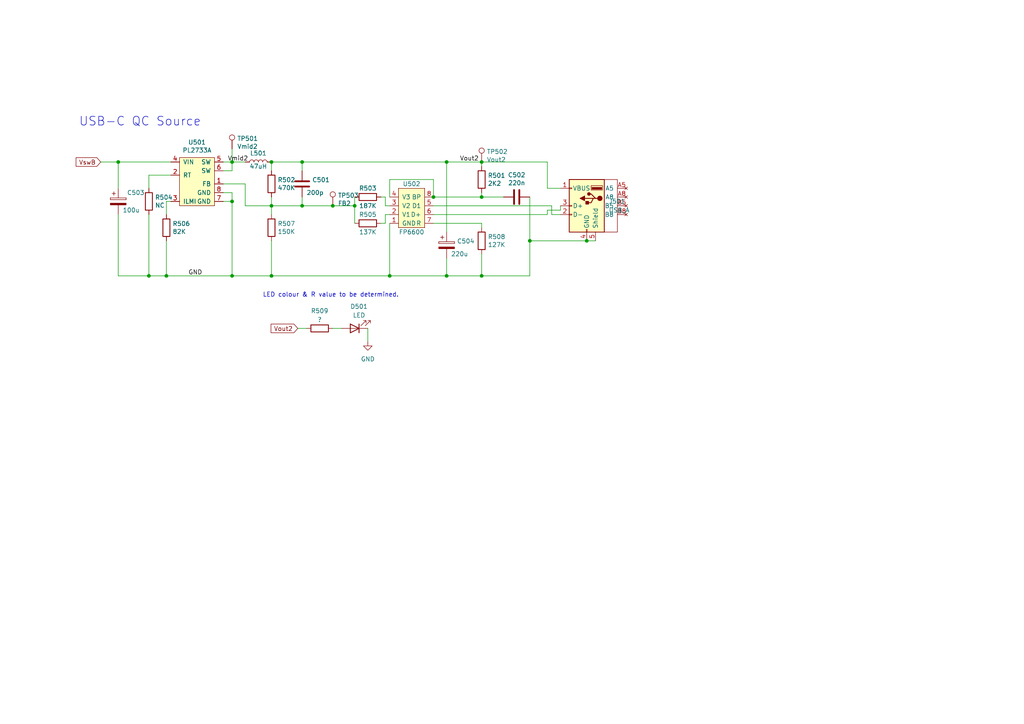
<source format=kicad_sch>
(kicad_sch (version 20211123) (generator eeschema)
  (paper "A4")
  (lib_symbols
    (symbol "Connector:TestPoint" (pin_numbers hide) (pin_names (offset 0.762) hide)
      (property "Reference" "TP" (at 0 6.858 0))
      (property "Value" "TestPoint" (at 0 5.08 0))
      (symbol "TestPoint_0_1"
        (circle (center 0 3.302) (radius 0.762))
      )
      (symbol "TestPoint_1_1"
        (pin passive line (at 0 0 90) (length 2.54) (name "1") (number "1"))
      )
    )
    (symbol "Device:C" (pin_numbers hide) (pin_names (offset 0.254))
      (property "Reference" "C" (at 0.635 2.54 0))
      (property "Value" "C" (at 0.635 -2.54 0))
      (symbol "C_0_1"
        (polyline (pts (xy -2.032 -0.762) (xy 2.032 -0.762)) (stroke (width 0.508)))
        (polyline (pts (xy -2.032 0.762) (xy 2.032 0.762)) (stroke (width 0.508)))
      )
      (symbol "C_1_1"
        (pin passive line (at 0 3.81 270) (length 2.794) (name "~") (number "1"))
        (pin passive line (at 0 -3.81 90) (length 2.794) (name "~") (number "2"))
      )
    )
    (symbol "Device:CP" (pin_numbers hide) (pin_names (offset 0.254))
      (property "Reference" "C" (at 0.635 2.54 0))
      (property "Value" "Device_CP" (at 0.635 -2.54 0))
      (symbol "CP_0_1"
        (rectangle (start -2.286 0.508) (end -2.286 1.016))
        (rectangle (start -2.286 0.508) (end 2.286 0.508))
        (polyline (pts (xy -1.778 2.286) (xy -0.762 2.286)))
        (polyline (pts (xy -1.27 2.794) (xy -1.27 1.778)))
        (rectangle (start 2.286 -0.508) (end -2.286 -1.016) (fill (type outline)))
        (rectangle (start 2.286 1.016) (end -2.286 1.016))
        (rectangle (start 2.286 1.016) (end 2.286 0.508))
      )
      (symbol "CP_1_1"
        (pin passive line (at 0 3.81 270) (length 2.794) (name "~") (number "1"))
        (pin passive line (at 0 -3.81 90) (length 2.794) (name "~") (number "2"))
      )
    )
    (symbol "Device:L" (pin_numbers hide) (pin_names (offset 1.016) hide)
      (property "Reference" "L" (at -1.27 0 90))
      (property "Value" "L" (at 1.905 0 90))
      (symbol "L_0_1"
        (arc (start 0 -2.54) (mid 0.635 -1.905) (end 0 -1.27))
        (arc (start 0 -1.27) (mid 0.635 -0.635) (end 0 0))
        (arc (start 0 0) (mid 0.635 0.635) (end 0 1.27))
        (arc (start 0 1.27) (mid 0.635 1.905) (end 0 2.54))
      )
      (symbol "L_1_1"
        (pin passive line (at 0 3.81 270) (length 1.27) (name "1") (number "1"))
        (pin passive line (at 0 -3.81 90) (length 1.27) (name "2") (number "2"))
      )
    )
    (symbol "Device:LED" (pin_numbers hide) (pin_names (offset 1.016) hide)
      (property "Reference" "D" (at 0 2.54 0))
      (property "Value" "LED" (at 0 -2.54 0))
      (symbol "LED_0_1"
        (polyline (pts (xy -1.27 -1.27) (xy -1.27 1.27)) (stroke (width 0.254)))
        (polyline (pts (xy -1.27 0) (xy 1.27 0)))
        (polyline (pts (xy 1.27 -1.27) (xy 1.27 1.27) (xy -1.27 0) (xy 1.27 -1.27)) (stroke (width 0.254)))
        (polyline (pts (xy -3.048 -0.762) (xy -4.572 -2.286) (xy -3.81 -2.286) (xy -4.572 -2.286) (xy -4.572 -1.524)))
        (polyline (pts (xy -1.778 -0.762) (xy -3.302 -2.286) (xy -2.54 -2.286) (xy -3.302 -2.286) (xy -3.302 -1.524)))
      )
      (symbol "LED_1_1"
        (pin passive line (at -3.81 0 0) (length 2.54) (name "K") (number "1"))
        (pin passive line (at 3.81 0 180) (length 2.54) (name "A") (number "2"))
      )
    )
    (symbol "Device:R" (pin_numbers hide) (pin_names (offset 0))
      (property "Reference" "R" (at 2.032 0 90))
      (property "Value" "R" (at 0 0 90))
      (symbol "R_0_1"
        (rectangle (start -1.016 -2.54) (end 1.016 2.54) (stroke (width 0.254)))
      )
      (symbol "R_1_1"
        (pin passive line (at 0 3.81 270) (length 1.27) (name "~") (number "1"))
        (pin passive line (at 0 -3.81 90) (length 1.27) (name "~") (number "2"))
      )
    )
    (symbol "customs:FP6600" (pin_names (offset 1.016))
      (property "Reference" "U" (at 0 1.27 0))
      (property "Value" "customs_FP6600" (at 0 -1.27 0))
      (symbol "FP6600_0_1"
        (rectangle (start -3.81 -2.54) (end 3.81 -13.97) (fill (type background)))
      )
      (symbol "FP6600_1_1"
        (pin power_in line (at -6.35 -12.7 0) (length 2.54) (name "GND") (number "1"))
        (pin input line (at -6.35 -10.16 0) (length 2.54) (name "V1") (number "2"))
        (pin input line (at -6.35 -7.62 0) (length 2.54) (name "V2") (number "3"))
        (pin input line (at -6.35 -5.08 0) (length 2.54) (name "V3") (number "4"))
        (pin bidirectional line (at 6.35 -7.62 180) (length 2.54) (name "D1") (number "5"))
        (pin bidirectional line (at 6.35 -10.16 180) (length 2.54) (name "D+") (number "6"))
        (pin input line (at 6.35 -12.7 180) (length 2.54) (name "R") (number "7"))
        (pin power_in line (at 6.35 -5.08 180) (length 2.54) (name "BP") (number "8"))
      )
    )
    (symbol "customs:PL2733A" (pin_names (offset 1.016))
      (property "Reference" "U" (at 0 7.62 0))
      (property "Value" "customs_PL2733A" (at 0 5.08 0))
      (symbol "PL2733A_0_1"
        (rectangle (start -5.08 3.81) (end 5.08 -10.16) (fill (type background)))
      )
      (symbol "PL2733A_1_1"
        (pin input line (at 7.62 -3.81 180) (length 2.54) (name "FB") (number "1"))
        (pin input line (at -7.62 -1.27 0) (length 2.54) (name "RT") (number "2"))
        (pin input line (at -7.62 -8.89 0) (length 2.54) (name "ILMI") (number "3"))
        (pin power_in line (at -7.62 2.54 0) (length 2.54) (name "VIN") (number "4"))
        (pin power_out line (at 7.62 2.54 180) (length 2.54) (name "SW") (number "5"))
        (pin power_out line (at 7.62 0 180) (length 2.54) (name "SW") (number "6"))
        (pin power_in line (at 7.62 -8.89 180) (length 2.54) (name "GND") (number "7"))
        (pin power_in line (at 7.62 -6.35 180) (length 2.54) (name "GND") (number "8"))
      )
    )
    (symbol "power:GND" (power) (pin_names (offset 0))
      (property "Value" "GND" (at 0 -3.81 0))
      (symbol "GND_0_1"
        (polyline (pts (xy 0 0) (xy 0 -1.27) (xy 1.27 -1.27) (xy 0 -2.54) (xy -1.27 -1.27) (xy 0 -1.27)))
      )
      (symbol "GND_1_1"
        (pin power_in line (at 0 0 270) (length 0) hide (name "GND") (number "1"))
      )
    )
    (symbol "tinker:USB_A+C" (pin_names (offset 1.016))
      (property "Reference" "J" (at -5.08 11.43 0))
      (property "Value" "USB_A+C" (at -5.08 8.89 0))
      (symbol "USB_A+C_0_1"
        (rectangle (start -8.89 7.62) (end -5.08 -7.62))
        (rectangle (start -5.08 -7.62) (end 5.08 7.62) (stroke (width 0.254)) (fill (type background)))
        (circle (center -3.81 2.159) (radius 0.635) (stroke (width 0.254)) (fill (type outline)))
        (rectangle (start -1.524 4.826) (end -4.318 5.334) (fill (type outline)))
        (rectangle (start -1.27 4.572) (end -4.572 5.842))
        (circle (center -0.635 3.429) (radius 0.381) (stroke (width 0.254)) (fill (type outline)))
        (rectangle (start -0.127 -7.62) (end 0.127 -6.858))
        (polyline (pts (xy -3.175 2.159) (xy -2.54 2.159) (xy -1.27 3.429) (xy -0.635 3.429)) (stroke (width 0.254)))
        (polyline (pts (xy -2.54 2.159) (xy -1.905 2.159) (xy -1.27 0.889) (xy 0 0.889)) (stroke (width 0.254)))
        (polyline (pts (xy 0.635 2.794) (xy 0.635 1.524) (xy 1.905 2.159) (xy 0.635 2.794)) (stroke (width 0.254)) (fill (type outline)))
        (rectangle (start 0.254 1.27) (end -0.508 0.508) (stroke (width 0.254)) (fill (type outline)))
        (rectangle (start 5.08 -2.667) (end 4.318 -2.413))
        (rectangle (start 5.08 -0.127) (end 4.318 0.127))
        (rectangle (start 5.08 4.953) (end 4.318 5.207))
      )
      (symbol "USB_A+C_1_1"
        (polyline (pts (xy -1.905 2.159) (xy 0.635 2.159)) (stroke (width 0.254)))
        (pin power_in line (at 7.62 5.08 180) (length 2.54) (name "VBUS") (number "1"))
        (pin bidirectional line (at 7.62 -2.54 180) (length 2.54) (name "D-") (number "2"))
        (pin bidirectional line (at 7.62 0 180) (length 2.54) (name "D+") (number "3"))
        (pin power_in line (at 0 -10.16 90) (length 2.54) (name "GND") (number "4"))
        (pin passive line (at -2.54 -10.16 90) (length 2.54) (name "Shield") (number "5"))
        (pin no_connect line (at -11.43 5.08 0) (length 2.54) (name "A5") (number "A5"))
        (pin no_connect line (at -11.43 2.54 0) (length 2.54) (name "A8") (number "A8"))
        (pin no_connect line (at -11.43 0 0) (length 2.54) (name "B5") (number "B5"))
        (pin no_connect line (at -11.43 -2.54 0) (length 2.54) (name "B8") (number "B8"))
      )
    )
  )
  (junction (at 129.54 80.01))
  (junction (at 129.54 46.99))
  (junction (at 78.74 46.99))
  (junction (at 67.31 46.99))
  (junction (at 96.52 59.69))
  (junction (at 34.29 46.99))
  (junction (at 113.03 80.01))
  (junction (at 139.7 80.01))
  (junction (at 78.74 59.69))
  (junction (at 125.73 57.15))
  (junction (at 139.7 46.99))
  (junction (at 170.18 69.85))
  (junction (at 102.87 59.69))
  (junction (at 87.63 59.69))
  (junction (at 43.18 80.01))
  (junction (at 153.67 69.85))
  (junction (at 78.74 80.01))
  (junction (at 67.31 58.42))
  (junction (at 67.31 80.01))
  (junction (at 87.63 46.99))
  (junction (at 139.7 57.15))
  (junction (at 48.26 80.01))
  (wire (pts (xy 49.53 50.8) (xy 43.18 50.8)))
  (wire (pts (xy 125.73 59.69) (xy 160.02 59.69)))
  (wire (pts (xy 34.29 46.99) (xy 34.29 54.61)))
  (wire (pts (xy 153.67 69.85) (xy 153.67 80.01)))
  (wire (pts (xy 43.18 80.01) (xy 34.29 80.01)))
  (wire (pts (xy 129.54 80.01) (xy 139.7 80.01)))
  (wire (pts (xy 34.29 62.23) (xy 34.29 80.01)))
  (wire (pts (xy 96.52 59.69) (xy 87.63 59.69)))
  (wire (pts (xy 78.74 69.85) (xy 78.74 80.01)))
  (wire (pts (xy 139.7 66.04) (xy 139.7 64.77)))
  (wire (pts (xy 67.31 46.99) (xy 64.77 46.99)))
  (wire (pts (xy 43.18 62.23) (xy 43.18 80.01)))
  (wire (pts (xy 106.68 95.25) (xy 106.68 99.06)))
  (wire (pts (xy 158.75 54.61) (xy 162.56 54.61)))
  (wire (pts (xy 129.54 46.99) (xy 139.7 46.99)))
  (wire (pts (xy 111.76 64.77) (xy 110.49 64.77)))
  (wire (pts (xy 113.03 64.77) (xy 113.03 80.01)))
  (wire (pts (xy 111.76 59.69) (xy 111.76 57.15)))
  (wire (pts (xy 49.53 58.42) (xy 48.26 58.42)))
  (wire (pts (xy 67.31 58.42) (xy 67.31 80.01)))
  (wire (pts (xy 139.7 48.26) (xy 139.7 46.99)))
  (wire (pts (xy 111.76 62.23) (xy 111.76 64.77)))
  (wire (pts (xy 170.18 69.85) (xy 172.72 69.85)))
  (wire (pts (xy 113.03 62.23) (xy 111.76 62.23)))
  (wire (pts (xy 78.74 49.53) (xy 78.74 46.99)))
  (wire (pts (xy 64.77 55.88) (xy 67.31 55.88)))
  (wire (pts (xy 160.02 62.23) (xy 162.56 62.23)))
  (wire (pts (xy 78.74 57.15) (xy 78.74 59.69)))
  (wire (pts (xy 125.73 52.07) (xy 125.73 57.15)))
  (wire (pts (xy 125.73 57.15) (xy 139.7 57.15)))
  (wire (pts (xy 139.7 57.15) (xy 146.05 57.15)))
  (wire (pts (xy 67.31 80.01) (xy 78.74 80.01)))
  (wire (pts (xy 160.02 59.69) (xy 160.02 62.23)))
  (wire (pts (xy 162.56 60.96) (xy 162.56 59.69)))
  (wire (pts (xy 129.54 67.31) (xy 129.54 46.99)))
  (wire (pts (xy 64.77 58.42) (xy 67.31 58.42)))
  (wire (pts (xy 96.52 95.25) (xy 99.06 95.25)))
  (wire (pts (xy 129.54 80.01) (xy 113.03 80.01)))
  (wire (pts (xy 48.26 80.01) (xy 43.18 80.01)))
  (wire (pts (xy 29.21 46.99) (xy 34.29 46.99)))
  (wire (pts (xy 102.87 59.69) (xy 96.52 59.69)))
  (wire (pts (xy 87.63 57.15) (xy 87.63 59.69)))
  (wire (pts (xy 67.31 49.53) (xy 67.31 46.99)))
  (wire (pts (xy 158.75 60.96) (xy 162.56 60.96)))
  (wire (pts (xy 158.75 54.61) (xy 158.75 46.99)))
  (wire (pts (xy 48.26 69.85) (xy 48.26 80.01)))
  (wire (pts (xy 158.75 62.23) (xy 158.75 60.96)))
  (wire (pts (xy 48.26 58.42) (xy 48.26 62.23)))
  (wire (pts (xy 139.7 55.88) (xy 139.7 57.15)))
  (wire (pts (xy 78.74 59.69) (xy 78.74 62.23)))
  (wire (pts (xy 43.18 50.8) (xy 43.18 54.61)))
  (wire (pts (xy 153.67 69.85) (xy 170.18 69.85)))
  (wire (pts (xy 139.7 46.99) (xy 158.75 46.99)))
  (wire (pts (xy 125.73 62.23) (xy 158.75 62.23)))
  (wire (pts (xy 67.31 43.18) (xy 67.31 46.99)))
  (wire (pts (xy 64.77 53.34) (xy 71.12 53.34)))
  (wire (pts (xy 113.03 59.69) (xy 111.76 59.69)))
  (wire (pts (xy 86.36 95.25) (xy 88.9 95.25)))
  (wire (pts (xy 49.53 46.99) (xy 34.29 46.99)))
  (wire (pts (xy 139.7 80.01) (xy 153.67 80.01)))
  (wire (pts (xy 113.03 57.15) (xy 113.03 52.07)))
  (wire (pts (xy 64.77 49.53) (xy 67.31 49.53)))
  (wire (pts (xy 113.03 52.07) (xy 125.73 52.07)))
  (wire (pts (xy 67.31 55.88) (xy 67.31 58.42)))
  (wire (pts (xy 87.63 46.99) (xy 78.74 46.99)))
  (wire (pts (xy 102.87 64.77) (xy 102.87 59.69)))
  (wire (pts (xy 87.63 49.53) (xy 87.63 46.99)))
  (wire (pts (xy 78.74 80.01) (xy 113.03 80.01)))
  (wire (pts (xy 139.7 73.66) (xy 139.7 80.01)))
  (wire (pts (xy 102.87 57.15) (xy 102.87 59.69)))
  (wire (pts (xy 87.63 59.69) (xy 78.74 59.69)))
  (wire (pts (xy 71.12 59.69) (xy 78.74 59.69)))
  (wire (pts (xy 125.73 64.77) (xy 139.7 64.77)))
  (wire (pts (xy 153.67 57.15) (xy 153.67 69.85)))
  (wire (pts (xy 71.12 53.34) (xy 71.12 59.69)))
  (wire (pts (xy 129.54 74.93) (xy 129.54 80.01)))
  (wire (pts (xy 71.12 46.99) (xy 67.31 46.99)))
  (wire (pts (xy 67.31 80.01) (xy 48.26 80.01)))
  (wire (pts (xy 111.76 57.15) (xy 110.49 57.15)))
  (wire (pts (xy 87.63 46.99) (xy 129.54 46.99)))
  (text "LED colour & R value to be determined." (at 76.2 86.36 0) (effects (font (size 1.27 1.27)) (justify left bottom)))
  (text "USB-C QC Source" (at 22.86 36.83 0) (effects (font (size 2.54 2.54)) (justify left bottom)))
  (label "GND" (at 54.61 80.01 0))
  (label "Vmid2" (at 66.04 46.99 0))
  (label "Vout2" (at 133.35 46.99 0))
  (global_label "VswB" (shape input) (at 29.21 46.99 180) (property "Intersheet References" "${INTERSHEET_REFS}" (effects hide)))
  (global_label "Vout2" (shape input) (at 86.36 95.25 180) (property "Intersheet References" "${INTERSHEET_REFS}" (effects hide)))
  (symbol (lib_id "Device:R") (at 139.7 52.07 0) (unit 1)
    (property "Reference" "R501" (at 141.478 50.9016 0) (effects (justify left)))
    (property "Value" "2K2" (at 141.478 53.213 0) (effects (justify left)))
    (property "Footprint" "Resistor_SMD:R_0603_1608Metric" (effects hide))
  )
  (symbol (lib_id "Device:C") (at 87.63 53.34 0) (unit 1)
    (property "Reference" "C501" (at 90.551 52.1716 0) (effects (justify left)))
    (property "Value" "200p" (at 88.9 55.88 0) (effects (justify left)))
    (property "Footprint" "Capacitor_SMD:C_0603_1608Metric" (effects hide))
  )
  (symbol (lib_id "Device:CP") (at 34.29 58.42 0) (unit 1)
    (property "Reference" "C503" (at 36.83 55.88 0) (effects (justify left)))
    (property "Value" "100u" (at 35.56 60.96 0) (effects (justify left)))
    (property "Footprint" "Capacitor_SMD:CP_Elec_10x7.7" (effects hide))
    (property "LCSC" "C311620" (effects hide))
  )
  (symbol (lib_id "Device:R") (at 139.7 69.85 0) (unit 1)
    (property "Reference" "R508" (at 141.478 68.6816 0) (effects (justify left)))
    (property "Value" "127K" (at 141.478 70.993 0) (effects (justify left)))
    (property "Footprint" "Resistor_SMD:R_0603_1608Metric" (effects hide))
  )
  (symbol (lib_id "Device:R") (at 48.26 66.04 0) (unit 1)
    (property "Reference" "R506" (at 50.038 64.8716 0) (effects (justify left)))
    (property "Value" "82K" (at 50.038 67.183 0) (effects (justify left)))
    (property "Footprint" "Resistor_SMD:R_0603_1608Metric" (effects hide))
  )
  (symbol (lib_id "Device:R") (at 106.68 57.15 270) (unit 1)
    (property "Reference" "R503" (at 106.68 54.61 90))
    (property "Value" "187K" (at 106.68 59.69 90))
    (property "Footprint" "Resistor_SMD:R_0603_1608Metric" (effects hide))
  )
  (symbol (lib_id "tinker:USB_A+C") (at 170.18 59.69 0) (mirror y) (unit 1)
    (property "Reference" "J501" (at 176.53 58.4199 0) (effects (justify right)))
    (property "Value" "USB_A" (at 176.53 60.9599 0) (effects (justify right)))
    (property "Footprint" "tinker:USB_A+C" (effects hide))
    (property "Datasheet" " ~" (effects hide))
    (property "LCSC" "C6389922" (effects hide))
  )
  (symbol (lib_id "customs:PL2733A") (at 57.15 49.53 0) (unit 1)
    (property "Reference" "U501" (at 57.15 41.275 0))
    (property "Value" "PL2733A" (at 57.15 43.5864 0))
    (property "Footprint" "Package_SO:SSOP-8_3.9x5.05mm_P1.27mm" (effects hide))
  )
  (symbol (lib_id "Device:C") (at 149.86 57.15 270) (unit 1)
    (property "Reference" "C502" (at 149.86 50.7492 90))
    (property "Value" "220n" (at 149.86 53.0606 90))
    (property "Footprint" "Capacitor_SMD:C_0603_1608Metric" (effects hide))
  )
  (symbol (lib_id "Device:R") (at 106.68 64.77 270) (unit 1)
    (property "Reference" "R505" (at 106.68 62.23 90))
    (property "Value" "137K" (at 106.68 67.31 90))
    (property "Footprint" "Resistor_SMD:R_0603_1608Metric" (effects hide))
  )
  (symbol (lib_id "Device:R") (at 92.71 95.25 90) (unit 1)
    (property "Reference" "R509" (at 92.71 90.17 90))
    (property "Value" "?" (at 92.71 92.71 90))
    (property "Footprint" "Resistor_SMD:R_0603_1608Metric" (effects hide))
  )
  (symbol (lib_id "power:GND") (at 106.68 99.06 0) (unit 1)
    (property "Reference" "#PWR0501" (effects hide))
    (property "Value" "GND" (at 106.68 104.14 0))
  )
  (symbol (lib_id "Connector:TestPoint") (at 67.31 43.18 0) (unit 1)
    (property "Reference" "TP501" (at 68.7832 40.1828 0) (effects (justify left)))
    (property "Value" "Vmid2" (at 68.7832 42.4942 0) (effects (justify left)))
    (property "Footprint" "tinker:TestPoint_THTPad_D1.0mm_Drill0.5mm" (effects hide))
  )
  (symbol (lib_id "Connector:TestPoint") (at 139.7 46.99 0) (unit 1)
    (property "Reference" "TP502" (at 141.1732 43.9928 0) (effects (justify left)))
    (property "Value" "Vout2" (at 141.1732 46.3042 0) (effects (justify left)))
    (property "Footprint" "tinker:TestPoint_THTPad_D1.0mm_Drill0.5mm" (effects hide))
  )
  (symbol (lib_id "customs:FP6600") (at 119.38 52.07 0) (unit 1)
    (property "Reference" "U502" (at 119.38 53.34 0))
    (property "Value" "FP6600" (at 119.38 67.31 0))
    (property "Footprint" "Package_SO:SSOP-8_3.9x5.05mm_P1.27mm" (effects hide))
  )
  (symbol (lib_id "Device:LED") (at 102.87 95.25 180) (unit 1)
    (property "Reference" "D501" (at 104.14 88.9 0))
    (property "Value" "LED" (at 104.14 91.44 0))
    (property "Footprint" "LED_SMD:LED_0603_1608Metric" (effects hide))
  )
  (symbol (lib_id "Connector:TestPoint") (at 96.52 59.69 0) (unit 1)
    (property "Reference" "TP503" (at 97.9932 56.6928 0) (effects (justify left)))
    (property "Value" "FB2" (at 97.9932 59.0042 0) (effects (justify left)))
    (property "Footprint" "tinker:TestPoint_THTPad_D1.0mm_Drill0.5mm" (effects hide))
  )
  (symbol (lib_id "Device:L") (at 74.93 46.99 90) (unit 1)
    (property "Reference" "L501" (at 74.93 44.45 90))
    (property "Value" "47uH" (at 74.93 48.26 90))
    (property "Footprint" "Inductor_SMD:L_12x12mm_H8mm" (effects hide))
  )
  (symbol (lib_id "Device:CP") (at 129.54 71.12 0) (unit 1)
    (property "Reference" "C504" (at 132.5372 69.9516 0) (effects (justify left)))
    (property "Value" "220u" (at 130.81 73.66 0) (effects (justify left)))
    (property "Footprint" "Capacitor_SMD:CP_Elec_8x6.5" (effects hide))
    (property "LCSC" "C176669" (effects hide))
  )
  (symbol (lib_id "Device:R") (at 43.18 58.42 0) (unit 1)
    (property "Reference" "R504" (at 44.958 57.2516 0) (effects (justify left)))
    (property "Value" "NC" (at 44.958 59.563 0) (effects (justify left)))
    (property "Footprint" "Resistor_SMD:R_0603_1608Metric" (effects hide))
  )
  (symbol (lib_id "Device:R") (at 78.74 66.04 0) (unit 1)
    (property "Reference" "R507" (at 80.518 64.8716 0) (effects (justify left)))
    (property "Value" "150K" (at 80.518 67.183 0) (effects (justify left)))
    (property "Footprint" "Resistor_SMD:R_0603_1608Metric" (effects hide))
  )
  (symbol (lib_id "Device:R") (at 78.74 53.34 0) (unit 1)
    (property "Reference" "R502" (at 80.518 52.1716 0) (effects (justify left)))
    (property "Value" "470K" (at 80.518 54.483 0) (effects (justify left)))
    (property "Footprint" "Resistor_SMD:R_0603_1608Metric" (effects hide))
  )
)
</source>
